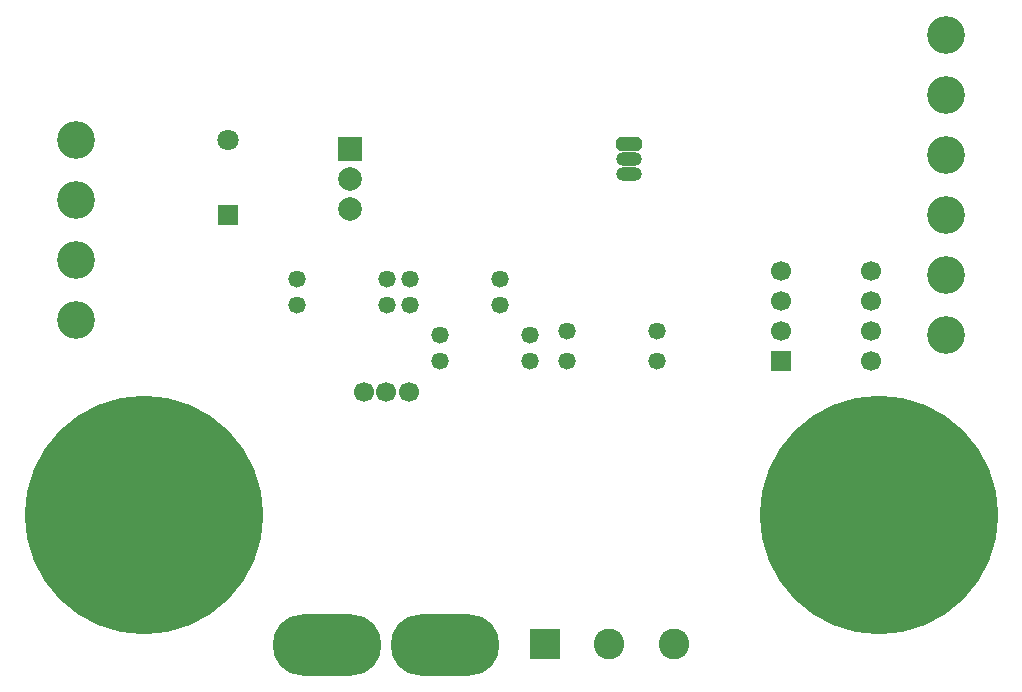
<source format=gbr>
G04 DipTrace 2.3.0.3*
%INBottomMask.gbr*%
%MOMM*%
%ADD36R,1.8X1.8*%
%ADD44C,1.7*%
%ADD53C,20.2*%
%ADD55O,2.2X1.2*%
%ADD58C,1.8*%
%ADD60C,2.0*%
%ADD62R,2.0X2.0*%
%ADD69C,1.7*%
%ADD71R,1.7X1.7*%
%ADD73C,3.2*%
%ADD75C,1.47*%
%ADD77C,1.47*%
%ADD87C,2.6*%
%ADD89R,2.6X2.6*%
%ADD91O,9.2X5.2*%
%FSLAX53Y53*%
G04*
G71*
G90*
G75*
G01*
%LNBotMask*%
%LPD*%
D44*
X5950Y23100D3*
X4040D3*
X7860D3*
D91*
X10950Y1700D3*
X950D3*
D89*
X19360Y1750D3*
D87*
X24810D3*
X30260D3*
D77*
X28892Y25717D3*
D75*
X21273D3*
D77*
X18097D3*
D75*
X10478D3*
D77*
X21273Y28258D3*
D75*
X28892D3*
D77*
X15557Y32702D3*
D75*
X7938D3*
D77*
X15557Y30480D3*
D75*
X7938D3*
D77*
X6032D3*
D75*
X-1587D3*
D77*
X6032Y32702D3*
D75*
X-1587D3*
D77*
X18097Y27940D3*
D75*
X10478D3*
D73*
X53340Y33020D3*
Y27940D3*
D71*
X39370Y25718D3*
D69*
Y28258D3*
Y30798D3*
Y33337D3*
X46990D3*
Y30798D3*
Y28258D3*
Y25718D3*
D62*
X2858Y43656D3*
D60*
Y38576D3*
Y41116D3*
D58*
X-7461Y44450D3*
D36*
Y38100D3*
G36*
X27303Y44732D2*
X27611Y44424D1*
Y43841D1*
X27303Y43533D1*
X25720D1*
X25411Y43841D1*
Y44424D1*
X25720Y44732D1*
X27303D1*
G37*
D55*
X26511Y42862D3*
Y41592D3*
D73*
X53340Y38100D3*
Y43180D3*
Y48260D3*
Y53340D3*
X-20320Y29210D3*
Y34290D3*
D53*
X-14605Y12700D3*
X47625D3*
D73*
X-20320Y39370D3*
Y44450D3*
M02*

</source>
